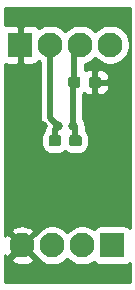
<source format=gbr>
G04 #@! TF.GenerationSoftware,KiCad,Pcbnew,(5.1.5)-3*
G04 #@! TF.CreationDate,2020-12-11T14:45:32+01:00*
G04 #@! TF.ProjectId,LED Strip,4c454420-5374-4726-9970-2e6b69636164,rev?*
G04 #@! TF.SameCoordinates,Original*
G04 #@! TF.FileFunction,Copper,L2,Bot*
G04 #@! TF.FilePolarity,Positive*
%FSLAX46Y46*%
G04 Gerber Fmt 4.6, Leading zero omitted, Abs format (unit mm)*
G04 Created by KiCad (PCBNEW (5.1.5)-3) date 2020-12-11 14:45:32*
%MOMM*%
%LPD*%
G04 APERTURE LIST*
%ADD10C,0.100000*%
%ADD11C,2.100000*%
%ADD12R,2.100000X2.100000*%
%ADD13C,0.800000*%
%ADD14C,0.500000*%
%ADD15C,0.254000*%
G04 APERTURE END LIST*
G04 #@! TA.AperFunction,SMDPad,CuDef*
D10*
G36*
X33919779Y-26227144D02*
G01*
X33942834Y-26230563D01*
X33965443Y-26236227D01*
X33987387Y-26244079D01*
X34008457Y-26254044D01*
X34028448Y-26266026D01*
X34047168Y-26279910D01*
X34064438Y-26295562D01*
X34080090Y-26312832D01*
X34093974Y-26331552D01*
X34105956Y-26351543D01*
X34115921Y-26372613D01*
X34123773Y-26394557D01*
X34129437Y-26417166D01*
X34132856Y-26440221D01*
X34134000Y-26463500D01*
X34134000Y-26938500D01*
X34132856Y-26961779D01*
X34129437Y-26984834D01*
X34123773Y-27007443D01*
X34115921Y-27029387D01*
X34105956Y-27050457D01*
X34093974Y-27070448D01*
X34080090Y-27089168D01*
X34064438Y-27106438D01*
X34047168Y-27122090D01*
X34028448Y-27135974D01*
X34008457Y-27147956D01*
X33987387Y-27157921D01*
X33965443Y-27165773D01*
X33942834Y-27171437D01*
X33919779Y-27174856D01*
X33896500Y-27176000D01*
X33321500Y-27176000D01*
X33298221Y-27174856D01*
X33275166Y-27171437D01*
X33252557Y-27165773D01*
X33230613Y-27157921D01*
X33209543Y-27147956D01*
X33189552Y-27135974D01*
X33170832Y-27122090D01*
X33153562Y-27106438D01*
X33137910Y-27089168D01*
X33124026Y-27070448D01*
X33112044Y-27050457D01*
X33102079Y-27029387D01*
X33094227Y-27007443D01*
X33088563Y-26984834D01*
X33085144Y-26961779D01*
X33084000Y-26938500D01*
X33084000Y-26463500D01*
X33085144Y-26440221D01*
X33088563Y-26417166D01*
X33094227Y-26394557D01*
X33102079Y-26372613D01*
X33112044Y-26351543D01*
X33124026Y-26331552D01*
X33137910Y-26312832D01*
X33153562Y-26295562D01*
X33170832Y-26279910D01*
X33189552Y-26266026D01*
X33209543Y-26254044D01*
X33230613Y-26244079D01*
X33252557Y-26236227D01*
X33275166Y-26230563D01*
X33298221Y-26227144D01*
X33321500Y-26226000D01*
X33896500Y-26226000D01*
X33919779Y-26227144D01*
G37*
G04 #@! TD.AperFunction*
G04 #@! TA.AperFunction,SMDPad,CuDef*
G36*
X32169779Y-26227144D02*
G01*
X32192834Y-26230563D01*
X32215443Y-26236227D01*
X32237387Y-26244079D01*
X32258457Y-26254044D01*
X32278448Y-26266026D01*
X32297168Y-26279910D01*
X32314438Y-26295562D01*
X32330090Y-26312832D01*
X32343974Y-26331552D01*
X32355956Y-26351543D01*
X32365921Y-26372613D01*
X32373773Y-26394557D01*
X32379437Y-26417166D01*
X32382856Y-26440221D01*
X32384000Y-26463500D01*
X32384000Y-26938500D01*
X32382856Y-26961779D01*
X32379437Y-26984834D01*
X32373773Y-27007443D01*
X32365921Y-27029387D01*
X32355956Y-27050457D01*
X32343974Y-27070448D01*
X32330090Y-27089168D01*
X32314438Y-27106438D01*
X32297168Y-27122090D01*
X32278448Y-27135974D01*
X32258457Y-27147956D01*
X32237387Y-27157921D01*
X32215443Y-27165773D01*
X32192834Y-27171437D01*
X32169779Y-27174856D01*
X32146500Y-27176000D01*
X31571500Y-27176000D01*
X31548221Y-27174856D01*
X31525166Y-27171437D01*
X31502557Y-27165773D01*
X31480613Y-27157921D01*
X31459543Y-27147956D01*
X31439552Y-27135974D01*
X31420832Y-27122090D01*
X31403562Y-27106438D01*
X31387910Y-27089168D01*
X31374026Y-27070448D01*
X31362044Y-27050457D01*
X31352079Y-27029387D01*
X31344227Y-27007443D01*
X31338563Y-26984834D01*
X31335144Y-26961779D01*
X31334000Y-26938500D01*
X31334000Y-26463500D01*
X31335144Y-26440221D01*
X31338563Y-26417166D01*
X31344227Y-26394557D01*
X31352079Y-26372613D01*
X31362044Y-26351543D01*
X31374026Y-26331552D01*
X31387910Y-26312832D01*
X31403562Y-26295562D01*
X31420832Y-26279910D01*
X31439552Y-26266026D01*
X31459543Y-26254044D01*
X31480613Y-26244079D01*
X31502557Y-26236227D01*
X31525166Y-26230563D01*
X31548221Y-26227144D01*
X31571500Y-26226000D01*
X32146500Y-26226000D01*
X32169779Y-26227144D01*
G37*
G04 #@! TD.AperFunction*
G04 #@! TA.AperFunction,SMDPad,CuDef*
G36*
X33820779Y-21274144D02*
G01*
X33843834Y-21277563D01*
X33866443Y-21283227D01*
X33888387Y-21291079D01*
X33909457Y-21301044D01*
X33929448Y-21313026D01*
X33948168Y-21326910D01*
X33965438Y-21342562D01*
X33981090Y-21359832D01*
X33994974Y-21378552D01*
X34006956Y-21398543D01*
X34016921Y-21419613D01*
X34024773Y-21441557D01*
X34030437Y-21464166D01*
X34033856Y-21487221D01*
X34035000Y-21510500D01*
X34035000Y-21985500D01*
X34033856Y-22008779D01*
X34030437Y-22031834D01*
X34024773Y-22054443D01*
X34016921Y-22076387D01*
X34006956Y-22097457D01*
X33994974Y-22117448D01*
X33981090Y-22136168D01*
X33965438Y-22153438D01*
X33948168Y-22169090D01*
X33929448Y-22182974D01*
X33909457Y-22194956D01*
X33888387Y-22204921D01*
X33866443Y-22212773D01*
X33843834Y-22218437D01*
X33820779Y-22221856D01*
X33797500Y-22223000D01*
X33222500Y-22223000D01*
X33199221Y-22221856D01*
X33176166Y-22218437D01*
X33153557Y-22212773D01*
X33131613Y-22204921D01*
X33110543Y-22194956D01*
X33090552Y-22182974D01*
X33071832Y-22169090D01*
X33054562Y-22153438D01*
X33038910Y-22136168D01*
X33025026Y-22117448D01*
X33013044Y-22097457D01*
X33003079Y-22076387D01*
X32995227Y-22054443D01*
X32989563Y-22031834D01*
X32986144Y-22008779D01*
X32985000Y-21985500D01*
X32985000Y-21510500D01*
X32986144Y-21487221D01*
X32989563Y-21464166D01*
X32995227Y-21441557D01*
X33003079Y-21419613D01*
X33013044Y-21398543D01*
X33025026Y-21378552D01*
X33038910Y-21359832D01*
X33054562Y-21342562D01*
X33071832Y-21326910D01*
X33090552Y-21313026D01*
X33110543Y-21301044D01*
X33131613Y-21291079D01*
X33153557Y-21283227D01*
X33176166Y-21277563D01*
X33199221Y-21274144D01*
X33222500Y-21273000D01*
X33797500Y-21273000D01*
X33820779Y-21274144D01*
G37*
G04 #@! TD.AperFunction*
G04 #@! TA.AperFunction,SMDPad,CuDef*
G36*
X35570779Y-21274144D02*
G01*
X35593834Y-21277563D01*
X35616443Y-21283227D01*
X35638387Y-21291079D01*
X35659457Y-21301044D01*
X35679448Y-21313026D01*
X35698168Y-21326910D01*
X35715438Y-21342562D01*
X35731090Y-21359832D01*
X35744974Y-21378552D01*
X35756956Y-21398543D01*
X35766921Y-21419613D01*
X35774773Y-21441557D01*
X35780437Y-21464166D01*
X35783856Y-21487221D01*
X35785000Y-21510500D01*
X35785000Y-21985500D01*
X35783856Y-22008779D01*
X35780437Y-22031834D01*
X35774773Y-22054443D01*
X35766921Y-22076387D01*
X35756956Y-22097457D01*
X35744974Y-22117448D01*
X35731090Y-22136168D01*
X35715438Y-22153438D01*
X35698168Y-22169090D01*
X35679448Y-22182974D01*
X35659457Y-22194956D01*
X35638387Y-22204921D01*
X35616443Y-22212773D01*
X35593834Y-22218437D01*
X35570779Y-22221856D01*
X35547500Y-22223000D01*
X34972500Y-22223000D01*
X34949221Y-22221856D01*
X34926166Y-22218437D01*
X34903557Y-22212773D01*
X34881613Y-22204921D01*
X34860543Y-22194956D01*
X34840552Y-22182974D01*
X34821832Y-22169090D01*
X34804562Y-22153438D01*
X34788910Y-22136168D01*
X34775026Y-22117448D01*
X34763044Y-22097457D01*
X34753079Y-22076387D01*
X34745227Y-22054443D01*
X34739563Y-22031834D01*
X34736144Y-22008779D01*
X34735000Y-21985500D01*
X34735000Y-21510500D01*
X34736144Y-21487221D01*
X34739563Y-21464166D01*
X34745227Y-21441557D01*
X34753079Y-21419613D01*
X34763044Y-21398543D01*
X34775026Y-21378552D01*
X34788910Y-21359832D01*
X34804562Y-21342562D01*
X34821832Y-21326910D01*
X34840552Y-21313026D01*
X34860543Y-21301044D01*
X34881613Y-21291079D01*
X34903557Y-21283227D01*
X34926166Y-21277563D01*
X34949221Y-21274144D01*
X34972500Y-21273000D01*
X35547500Y-21273000D01*
X35570779Y-21274144D01*
G37*
G04 #@! TD.AperFunction*
D11*
X29108000Y-35571000D03*
X31648000Y-35571000D03*
X34188000Y-35571000D03*
D12*
X36728000Y-35571000D03*
X28938000Y-18571000D03*
D11*
X31478000Y-18571000D03*
X34018000Y-18571000D03*
X36558000Y-18571000D03*
D13*
X30843000Y-25431000D03*
X32113000Y-25431000D03*
X33383000Y-25431000D03*
D14*
X31478000Y-24796000D02*
X32113000Y-25431000D01*
X31478000Y-19861000D02*
X31478000Y-24796000D01*
X31478000Y-19861000D02*
X31478000Y-18321000D01*
X31478000Y-18821000D02*
X31478000Y-19861000D01*
X31859000Y-25685000D02*
X32113000Y-25431000D01*
X31859000Y-26701000D02*
X31859000Y-25685000D01*
X33383000Y-21621000D02*
X33510000Y-21748000D01*
X33383000Y-21875000D02*
X33510000Y-21748000D01*
X33383000Y-25431000D02*
X33383000Y-21875000D01*
X33510000Y-19329000D02*
X34018000Y-18821000D01*
X33510000Y-19393000D02*
X33510000Y-18829000D01*
X33510000Y-19393000D02*
X33510000Y-19329000D01*
X33510000Y-21748000D02*
X33510000Y-19393000D01*
X33510000Y-18829000D02*
X34018000Y-18321000D01*
X33510000Y-21748000D02*
X33510000Y-18829000D01*
X33609000Y-25657000D02*
X33383000Y-25431000D01*
X33609000Y-26701000D02*
X33609000Y-25657000D01*
D15*
G36*
X38253001Y-34098835D02*
G01*
X38229185Y-34069815D01*
X38132494Y-33990463D01*
X38022180Y-33931498D01*
X37902482Y-33895188D01*
X37778000Y-33882928D01*
X35678000Y-33882928D01*
X35553518Y-33895188D01*
X35433820Y-33931498D01*
X35323506Y-33990463D01*
X35226815Y-34069815D01*
X35147463Y-34166506D01*
X35139958Y-34180546D01*
X34986147Y-34077772D01*
X34679496Y-33950754D01*
X34353958Y-33886000D01*
X34022042Y-33886000D01*
X33696504Y-33950754D01*
X33389853Y-34077772D01*
X33113875Y-34262175D01*
X32918000Y-34458050D01*
X32722125Y-34262175D01*
X32446147Y-34077772D01*
X32139496Y-33950754D01*
X31813958Y-33886000D01*
X31482042Y-33886000D01*
X31156504Y-33950754D01*
X30849853Y-34077772D01*
X30573875Y-34262175D01*
X30339175Y-34496875D01*
X30282958Y-34581009D01*
X30279066Y-34579539D01*
X29287605Y-35571000D01*
X30279066Y-36562461D01*
X30282958Y-36560991D01*
X30339175Y-36645125D01*
X30573875Y-36879825D01*
X30849853Y-37064228D01*
X31156504Y-37191246D01*
X31482042Y-37256000D01*
X31813958Y-37256000D01*
X32139496Y-37191246D01*
X32446147Y-37064228D01*
X32722125Y-36879825D01*
X32918000Y-36683950D01*
X33113875Y-36879825D01*
X33389853Y-37064228D01*
X33696504Y-37191246D01*
X34022042Y-37256000D01*
X34353958Y-37256000D01*
X34679496Y-37191246D01*
X34986147Y-37064228D01*
X35139958Y-36961454D01*
X35147463Y-36975494D01*
X35226815Y-37072185D01*
X35323506Y-37151537D01*
X35433820Y-37210502D01*
X35553518Y-37246812D01*
X35678000Y-37259072D01*
X37778000Y-37259072D01*
X37902482Y-37246812D01*
X38022180Y-37210502D01*
X38132494Y-37151537D01*
X38229185Y-37072185D01*
X38253001Y-37043165D01*
X38253001Y-38636000D01*
X27623000Y-38636000D01*
X27623000Y-36742066D01*
X28116539Y-36742066D01*
X28218339Y-37011579D01*
X28516477Y-37157463D01*
X28837346Y-37242380D01*
X29168617Y-37263066D01*
X29497557Y-37218728D01*
X29811527Y-37111069D01*
X29997661Y-37011579D01*
X30099461Y-36742066D01*
X29108000Y-35750605D01*
X28116539Y-36742066D01*
X27623000Y-36742066D01*
X27623000Y-36377555D01*
X27667421Y-36460661D01*
X27936934Y-36562461D01*
X28928395Y-35571000D01*
X27936934Y-34579539D01*
X27667421Y-34681339D01*
X27623000Y-34772121D01*
X27623000Y-34399934D01*
X28116539Y-34399934D01*
X29108000Y-35391395D01*
X30099461Y-34399934D01*
X29997661Y-34130421D01*
X29699523Y-33984537D01*
X29378654Y-33899620D01*
X29047383Y-33878934D01*
X28718443Y-33923272D01*
X28404473Y-34030931D01*
X28218339Y-34130421D01*
X28116539Y-34399934D01*
X27623000Y-34399934D01*
X27623000Y-20199373D01*
X27643820Y-20210502D01*
X27763518Y-20246812D01*
X27888000Y-20259072D01*
X28652250Y-20256000D01*
X28811000Y-20097250D01*
X28811000Y-18698000D01*
X28791000Y-18698000D01*
X28791000Y-18444000D01*
X28811000Y-18444000D01*
X28811000Y-17044750D01*
X29065000Y-17044750D01*
X29065000Y-18444000D01*
X29085000Y-18444000D01*
X29085000Y-18698000D01*
X29065000Y-18698000D01*
X29065000Y-20097250D01*
X29223750Y-20256000D01*
X29988000Y-20259072D01*
X30112482Y-20246812D01*
X30232180Y-20210502D01*
X30342494Y-20151537D01*
X30439185Y-20072185D01*
X30518537Y-19975494D01*
X30526042Y-19961454D01*
X30593000Y-20006195D01*
X30593001Y-24752521D01*
X30588719Y-24796000D01*
X30605805Y-24969490D01*
X30656412Y-25136313D01*
X30738590Y-25290059D01*
X30821468Y-25391046D01*
X30821471Y-25391049D01*
X30849184Y-25424817D01*
X30882951Y-25452529D01*
X30982782Y-25552360D01*
X30969719Y-25685000D01*
X30974001Y-25728478D01*
X30974001Y-25826631D01*
X30952377Y-25844377D01*
X30843488Y-25977058D01*
X30762577Y-26128433D01*
X30712752Y-26292684D01*
X30695928Y-26463500D01*
X30695928Y-26938500D01*
X30712752Y-27109316D01*
X30762577Y-27273567D01*
X30843488Y-27424942D01*
X30952377Y-27557623D01*
X31085058Y-27666512D01*
X31236433Y-27747423D01*
X31400684Y-27797248D01*
X31571500Y-27814072D01*
X32146500Y-27814072D01*
X32317316Y-27797248D01*
X32481567Y-27747423D01*
X32632942Y-27666512D01*
X32734000Y-27583575D01*
X32835058Y-27666512D01*
X32986433Y-27747423D01*
X33150684Y-27797248D01*
X33321500Y-27814072D01*
X33896500Y-27814072D01*
X34067316Y-27797248D01*
X34231567Y-27747423D01*
X34382942Y-27666512D01*
X34515623Y-27557623D01*
X34624512Y-27424942D01*
X34705423Y-27273567D01*
X34755248Y-27109316D01*
X34772072Y-26938500D01*
X34772072Y-26463500D01*
X34755248Y-26292684D01*
X34705423Y-26128433D01*
X34624512Y-25977058D01*
X34515623Y-25844377D01*
X34494000Y-25826631D01*
X34494000Y-25700465D01*
X34498281Y-25656999D01*
X34494000Y-25613533D01*
X34494000Y-25613523D01*
X34481195Y-25483510D01*
X34430589Y-25316687D01*
X34406618Y-25271840D01*
X34378226Y-25129102D01*
X34300205Y-24940744D01*
X34268000Y-24892546D01*
X34268000Y-22722033D01*
X34283942Y-22713512D01*
X34307839Y-22693901D01*
X34380506Y-22753537D01*
X34490820Y-22812502D01*
X34610518Y-22848812D01*
X34735000Y-22861072D01*
X34974250Y-22858000D01*
X35133000Y-22699250D01*
X35133000Y-21875000D01*
X35387000Y-21875000D01*
X35387000Y-22699250D01*
X35545750Y-22858000D01*
X35785000Y-22861072D01*
X35909482Y-22848812D01*
X36029180Y-22812502D01*
X36139494Y-22753537D01*
X36236185Y-22674185D01*
X36315537Y-22577494D01*
X36374502Y-22467180D01*
X36410812Y-22347482D01*
X36423072Y-22223000D01*
X36420000Y-22033750D01*
X36261250Y-21875000D01*
X35387000Y-21875000D01*
X35133000Y-21875000D01*
X35113000Y-21875000D01*
X35113000Y-21621000D01*
X35133000Y-21621000D01*
X35133000Y-20796750D01*
X35387000Y-20796750D01*
X35387000Y-21621000D01*
X36261250Y-21621000D01*
X36420000Y-21462250D01*
X36423072Y-21273000D01*
X36410812Y-21148518D01*
X36374502Y-21028820D01*
X36315537Y-20918506D01*
X36236185Y-20821815D01*
X36139494Y-20742463D01*
X36029180Y-20683498D01*
X35909482Y-20647188D01*
X35785000Y-20634928D01*
X35545750Y-20638000D01*
X35387000Y-20796750D01*
X35133000Y-20796750D01*
X34974250Y-20638000D01*
X34735000Y-20634928D01*
X34610518Y-20647188D01*
X34490820Y-20683498D01*
X34395000Y-20734716D01*
X34395000Y-20214021D01*
X34509496Y-20191246D01*
X34816147Y-20064228D01*
X35092125Y-19879825D01*
X35288000Y-19683950D01*
X35483875Y-19879825D01*
X35759853Y-20064228D01*
X36066504Y-20191246D01*
X36392042Y-20256000D01*
X36723958Y-20256000D01*
X37049496Y-20191246D01*
X37356147Y-20064228D01*
X37632125Y-19879825D01*
X37866825Y-19645125D01*
X38051228Y-19369147D01*
X38178246Y-19062496D01*
X38243000Y-18736958D01*
X38243000Y-18405042D01*
X38178246Y-18079504D01*
X38051228Y-17772853D01*
X37866825Y-17496875D01*
X37632125Y-17262175D01*
X37356147Y-17077772D01*
X37049496Y-16950754D01*
X36723958Y-16886000D01*
X36392042Y-16886000D01*
X36066504Y-16950754D01*
X35759853Y-17077772D01*
X35483875Y-17262175D01*
X35288000Y-17458050D01*
X35092125Y-17262175D01*
X34816147Y-17077772D01*
X34509496Y-16950754D01*
X34183958Y-16886000D01*
X33852042Y-16886000D01*
X33526504Y-16950754D01*
X33219853Y-17077772D01*
X32943875Y-17262175D01*
X32748000Y-17458050D01*
X32552125Y-17262175D01*
X32276147Y-17077772D01*
X31969496Y-16950754D01*
X31643958Y-16886000D01*
X31312042Y-16886000D01*
X30986504Y-16950754D01*
X30679853Y-17077772D01*
X30526042Y-17180546D01*
X30518537Y-17166506D01*
X30439185Y-17069815D01*
X30342494Y-16990463D01*
X30232180Y-16931498D01*
X30112482Y-16895188D01*
X29988000Y-16882928D01*
X29223750Y-16886000D01*
X29065000Y-17044750D01*
X28811000Y-17044750D01*
X28652250Y-16886000D01*
X27888000Y-16882928D01*
X27763518Y-16895188D01*
X27643820Y-16931498D01*
X27623000Y-16942627D01*
X27623000Y-15506000D01*
X38253000Y-15506000D01*
X38253001Y-34098835D01*
G37*
X38253001Y-34098835D02*
X38229185Y-34069815D01*
X38132494Y-33990463D01*
X38022180Y-33931498D01*
X37902482Y-33895188D01*
X37778000Y-33882928D01*
X35678000Y-33882928D01*
X35553518Y-33895188D01*
X35433820Y-33931498D01*
X35323506Y-33990463D01*
X35226815Y-34069815D01*
X35147463Y-34166506D01*
X35139958Y-34180546D01*
X34986147Y-34077772D01*
X34679496Y-33950754D01*
X34353958Y-33886000D01*
X34022042Y-33886000D01*
X33696504Y-33950754D01*
X33389853Y-34077772D01*
X33113875Y-34262175D01*
X32918000Y-34458050D01*
X32722125Y-34262175D01*
X32446147Y-34077772D01*
X32139496Y-33950754D01*
X31813958Y-33886000D01*
X31482042Y-33886000D01*
X31156504Y-33950754D01*
X30849853Y-34077772D01*
X30573875Y-34262175D01*
X30339175Y-34496875D01*
X30282958Y-34581009D01*
X30279066Y-34579539D01*
X29287605Y-35571000D01*
X30279066Y-36562461D01*
X30282958Y-36560991D01*
X30339175Y-36645125D01*
X30573875Y-36879825D01*
X30849853Y-37064228D01*
X31156504Y-37191246D01*
X31482042Y-37256000D01*
X31813958Y-37256000D01*
X32139496Y-37191246D01*
X32446147Y-37064228D01*
X32722125Y-36879825D01*
X32918000Y-36683950D01*
X33113875Y-36879825D01*
X33389853Y-37064228D01*
X33696504Y-37191246D01*
X34022042Y-37256000D01*
X34353958Y-37256000D01*
X34679496Y-37191246D01*
X34986147Y-37064228D01*
X35139958Y-36961454D01*
X35147463Y-36975494D01*
X35226815Y-37072185D01*
X35323506Y-37151537D01*
X35433820Y-37210502D01*
X35553518Y-37246812D01*
X35678000Y-37259072D01*
X37778000Y-37259072D01*
X37902482Y-37246812D01*
X38022180Y-37210502D01*
X38132494Y-37151537D01*
X38229185Y-37072185D01*
X38253001Y-37043165D01*
X38253001Y-38636000D01*
X27623000Y-38636000D01*
X27623000Y-36742066D01*
X28116539Y-36742066D01*
X28218339Y-37011579D01*
X28516477Y-37157463D01*
X28837346Y-37242380D01*
X29168617Y-37263066D01*
X29497557Y-37218728D01*
X29811527Y-37111069D01*
X29997661Y-37011579D01*
X30099461Y-36742066D01*
X29108000Y-35750605D01*
X28116539Y-36742066D01*
X27623000Y-36742066D01*
X27623000Y-36377555D01*
X27667421Y-36460661D01*
X27936934Y-36562461D01*
X28928395Y-35571000D01*
X27936934Y-34579539D01*
X27667421Y-34681339D01*
X27623000Y-34772121D01*
X27623000Y-34399934D01*
X28116539Y-34399934D01*
X29108000Y-35391395D01*
X30099461Y-34399934D01*
X29997661Y-34130421D01*
X29699523Y-33984537D01*
X29378654Y-33899620D01*
X29047383Y-33878934D01*
X28718443Y-33923272D01*
X28404473Y-34030931D01*
X28218339Y-34130421D01*
X28116539Y-34399934D01*
X27623000Y-34399934D01*
X27623000Y-20199373D01*
X27643820Y-20210502D01*
X27763518Y-20246812D01*
X27888000Y-20259072D01*
X28652250Y-20256000D01*
X28811000Y-20097250D01*
X28811000Y-18698000D01*
X28791000Y-18698000D01*
X28791000Y-18444000D01*
X28811000Y-18444000D01*
X28811000Y-17044750D01*
X29065000Y-17044750D01*
X29065000Y-18444000D01*
X29085000Y-18444000D01*
X29085000Y-18698000D01*
X29065000Y-18698000D01*
X29065000Y-20097250D01*
X29223750Y-20256000D01*
X29988000Y-20259072D01*
X30112482Y-20246812D01*
X30232180Y-20210502D01*
X30342494Y-20151537D01*
X30439185Y-20072185D01*
X30518537Y-19975494D01*
X30526042Y-19961454D01*
X30593000Y-20006195D01*
X30593001Y-24752521D01*
X30588719Y-24796000D01*
X30605805Y-24969490D01*
X30656412Y-25136313D01*
X30738590Y-25290059D01*
X30821468Y-25391046D01*
X30821471Y-25391049D01*
X30849184Y-25424817D01*
X30882951Y-25452529D01*
X30982782Y-25552360D01*
X30969719Y-25685000D01*
X30974001Y-25728478D01*
X30974001Y-25826631D01*
X30952377Y-25844377D01*
X30843488Y-25977058D01*
X30762577Y-26128433D01*
X30712752Y-26292684D01*
X30695928Y-26463500D01*
X30695928Y-26938500D01*
X30712752Y-27109316D01*
X30762577Y-27273567D01*
X30843488Y-27424942D01*
X30952377Y-27557623D01*
X31085058Y-27666512D01*
X31236433Y-27747423D01*
X31400684Y-27797248D01*
X31571500Y-27814072D01*
X32146500Y-27814072D01*
X32317316Y-27797248D01*
X32481567Y-27747423D01*
X32632942Y-27666512D01*
X32734000Y-27583575D01*
X32835058Y-27666512D01*
X32986433Y-27747423D01*
X33150684Y-27797248D01*
X33321500Y-27814072D01*
X33896500Y-27814072D01*
X34067316Y-27797248D01*
X34231567Y-27747423D01*
X34382942Y-27666512D01*
X34515623Y-27557623D01*
X34624512Y-27424942D01*
X34705423Y-27273567D01*
X34755248Y-27109316D01*
X34772072Y-26938500D01*
X34772072Y-26463500D01*
X34755248Y-26292684D01*
X34705423Y-26128433D01*
X34624512Y-25977058D01*
X34515623Y-25844377D01*
X34494000Y-25826631D01*
X34494000Y-25700465D01*
X34498281Y-25656999D01*
X34494000Y-25613533D01*
X34494000Y-25613523D01*
X34481195Y-25483510D01*
X34430589Y-25316687D01*
X34406618Y-25271840D01*
X34378226Y-25129102D01*
X34300205Y-24940744D01*
X34268000Y-24892546D01*
X34268000Y-22722033D01*
X34283942Y-22713512D01*
X34307839Y-22693901D01*
X34380506Y-22753537D01*
X34490820Y-22812502D01*
X34610518Y-22848812D01*
X34735000Y-22861072D01*
X34974250Y-22858000D01*
X35133000Y-22699250D01*
X35133000Y-21875000D01*
X35387000Y-21875000D01*
X35387000Y-22699250D01*
X35545750Y-22858000D01*
X35785000Y-22861072D01*
X35909482Y-22848812D01*
X36029180Y-22812502D01*
X36139494Y-22753537D01*
X36236185Y-22674185D01*
X36315537Y-22577494D01*
X36374502Y-22467180D01*
X36410812Y-22347482D01*
X36423072Y-22223000D01*
X36420000Y-22033750D01*
X36261250Y-21875000D01*
X35387000Y-21875000D01*
X35133000Y-21875000D01*
X35113000Y-21875000D01*
X35113000Y-21621000D01*
X35133000Y-21621000D01*
X35133000Y-20796750D01*
X35387000Y-20796750D01*
X35387000Y-21621000D01*
X36261250Y-21621000D01*
X36420000Y-21462250D01*
X36423072Y-21273000D01*
X36410812Y-21148518D01*
X36374502Y-21028820D01*
X36315537Y-20918506D01*
X36236185Y-20821815D01*
X36139494Y-20742463D01*
X36029180Y-20683498D01*
X35909482Y-20647188D01*
X35785000Y-20634928D01*
X35545750Y-20638000D01*
X35387000Y-20796750D01*
X35133000Y-20796750D01*
X34974250Y-20638000D01*
X34735000Y-20634928D01*
X34610518Y-20647188D01*
X34490820Y-20683498D01*
X34395000Y-20734716D01*
X34395000Y-20214021D01*
X34509496Y-20191246D01*
X34816147Y-20064228D01*
X35092125Y-19879825D01*
X35288000Y-19683950D01*
X35483875Y-19879825D01*
X35759853Y-20064228D01*
X36066504Y-20191246D01*
X36392042Y-20256000D01*
X36723958Y-20256000D01*
X37049496Y-20191246D01*
X37356147Y-20064228D01*
X37632125Y-19879825D01*
X37866825Y-19645125D01*
X38051228Y-19369147D01*
X38178246Y-19062496D01*
X38243000Y-18736958D01*
X38243000Y-18405042D01*
X38178246Y-18079504D01*
X38051228Y-17772853D01*
X37866825Y-17496875D01*
X37632125Y-17262175D01*
X37356147Y-17077772D01*
X37049496Y-16950754D01*
X36723958Y-16886000D01*
X36392042Y-16886000D01*
X36066504Y-16950754D01*
X35759853Y-17077772D01*
X35483875Y-17262175D01*
X35288000Y-17458050D01*
X35092125Y-17262175D01*
X34816147Y-17077772D01*
X34509496Y-16950754D01*
X34183958Y-16886000D01*
X33852042Y-16886000D01*
X33526504Y-16950754D01*
X33219853Y-17077772D01*
X32943875Y-17262175D01*
X32748000Y-17458050D01*
X32552125Y-17262175D01*
X32276147Y-17077772D01*
X31969496Y-16950754D01*
X31643958Y-16886000D01*
X31312042Y-16886000D01*
X30986504Y-16950754D01*
X30679853Y-17077772D01*
X30526042Y-17180546D01*
X30518537Y-17166506D01*
X30439185Y-17069815D01*
X30342494Y-16990463D01*
X30232180Y-16931498D01*
X30112482Y-16895188D01*
X29988000Y-16882928D01*
X29223750Y-16886000D01*
X29065000Y-17044750D01*
X28811000Y-17044750D01*
X28652250Y-16886000D01*
X27888000Y-16882928D01*
X27763518Y-16895188D01*
X27643820Y-16931498D01*
X27623000Y-16942627D01*
X27623000Y-15506000D01*
X38253000Y-15506000D01*
X38253001Y-34098835D01*
M02*

</source>
